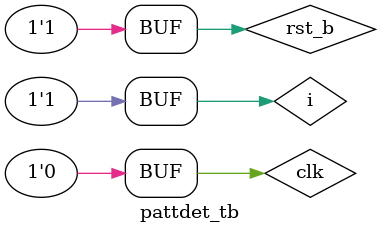
<source format=v>
module pattdet(
    input i, clk, rst_b,
    output reg o
);
    localparam S0 = 0, S1 = 1, S2 = 2, S3 = 3, S4 = 4, S5 = 5;

    reg [5:0] st; // 6 stari => pe 6 biti
    reg [5:0] st_next; // daca e cu one hot nu e reg, e wire (doar st_next)

    always @(*) begin
        case(st)
            S0: if(i)   st_next = S1;
                else    st_next = S0;
            S1: if(!i)  st_next = S2;
                else    st_next = S1;
            S2: if(i)   st_next = S3;
                else    st_next = S0;
            S3: if(!i)  st_next = S4;
                else    st_next = S1;
            S4: if(i)   st_next = S5;
                else    st_next = S0;
            S5: if(i)   st_next = S1;
                else    st_next = S4;
        endcase
    end

    always @(*) begin
        o = 0;
        if(st == S5)   o = 1;
        // o = (st == S5);
    end

    always @(posedge clk, negedge rst_b) begin
        if(!rst_b)  st <= S0;
        else        st <= st_next;
    end

endmodule

module pattdet_tb();
  reg clk, rst_b, i;
  wire o;

  pattdet meow(.clk(clk), .rst_b(rst_b), .i(i), .o(o));

  localparam CLK_CYCLES = 10;
  localparam CLK_PERIOD = 100;

  initial begin
    clk = 0;
    repeat(2*CLK_CYCLES) #(CLK_PERIOD/2) clk = 1 - clk;
  end

  localparam RST_DURATION = 25;

  initial begin
    rst_b = 0;
    #RST_DURATION rst_b = 1;
  end

  initial begin
    i = 1; #(1*CLK_PERIOD)
    i = 0; #(1*CLK_PERIOD)
    i = 1; #(1*CLK_PERIOD)
    i = 0; #(1*CLK_PERIOD)
    i = 1; #(1*CLK_PERIOD)
    i = 0; #(1*CLK_PERIOD)
    i = 1; #(1*CLK_PERIOD)
    i = 0; #(1*CLK_PERIOD)
    i = 1;
  end
endmodule
</source>
